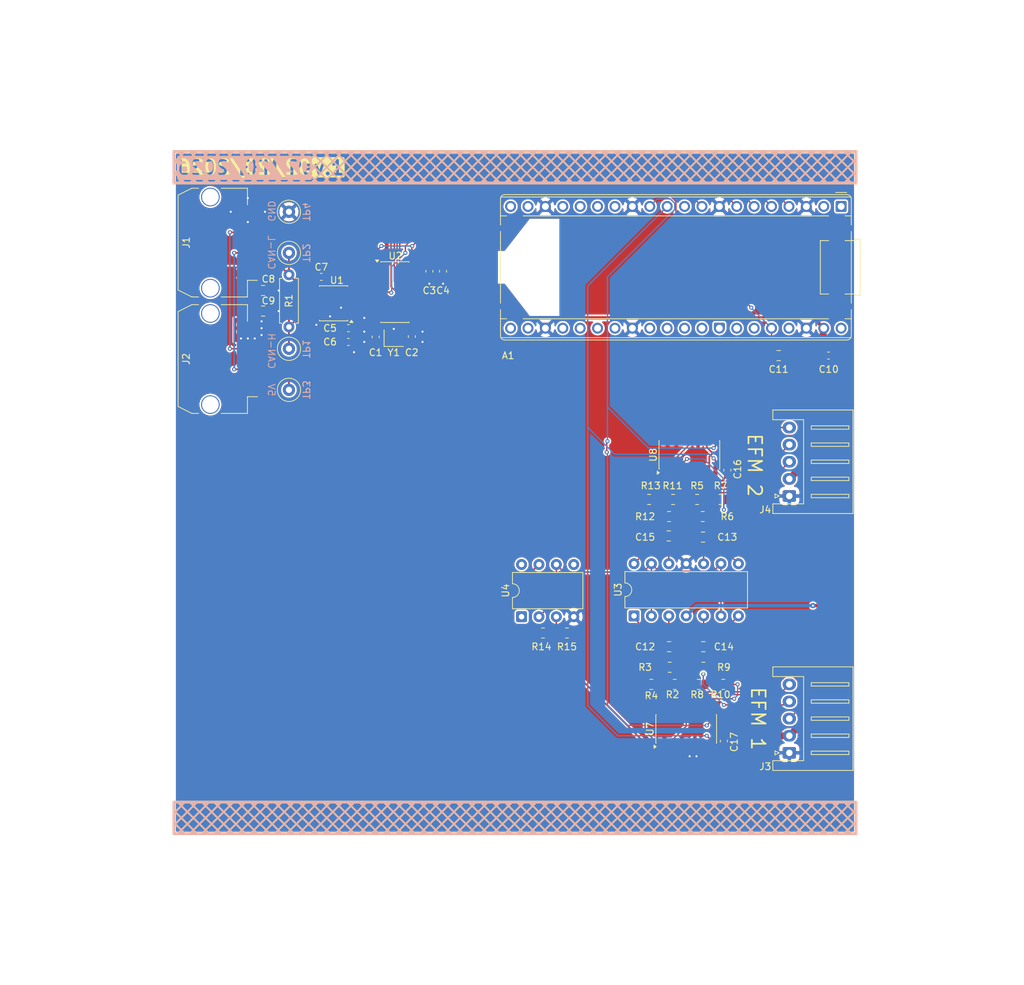
<source format=kicad_pcb>
(kicad_pcb (version 20241229) (generator "pcbnew") (generator_version "9.0")
  (title_block (title "LEOS EFM") (date "2026-02-20") (rev "1") (company "Lightning From The Edge of Space"))
  (layers (0 "F.Cu" signal) (2 "B.Cu" signal) (13 "F.Paste" user) (15 "B.Paste" user) (5 "F.SilkS" user "F.Silkscreen") (7 "B.SilkS" user "B.Silkscreen") (1 "F.Mask" user) (3 "B.Mask" user) (25 "Edge.Cuts" user))
  (net 0 "")
  (net 2 "/CANbus/MOSI")
  (net 4 "/EFM/SDA")
  (net 10 "/CANbus/MISO")
  (net 11 "/EFM/SCL")
  (net 14 "VDD")
  (net 19 "/CANbus/CS")
  (net 23 "/CANbus/SCK")
  (net 28 "/CANbus/INT")
  (net 30 "+5V")
  (net 32 "/CANbus/OSC1")
  (net 33 "/CANbus/OSC2")
  (net 34 "/CANbus/CAN+")
  (net 38 "/CANbus/CAN-")
  (net 39 "Net-(U1-RXD)")
  (net 40 "Net-(U1-TXD)")
  (net 43 "Net-(U3A-+)")
  (net 44 "Net-(C12-Pad2)")
  (net 45 "Net-(C13-Pad2)")
  (net 46 "Net-(U3B-+)")
  (net 47 "Net-(U3C-+)")
  (net 48 "Net-(C14-Pad2)")
  (net 49 "Net-(U3D-+)")
  (net 50 "Net-(C15-Pad2)")
  (net 51 "/EFM/EFM1_PHASE1")
  (net 52 "/EFM/EFM1_IR")
  (net 53 "/EFM/EFM1_PHASE2")
  (net 54 "/EFM/EFM2_PHASE1")
  (net 55 "/EFM/EFM2_IR")
  (net 56 "/EFM/EFM2_PHASE2")
  (net 57 "Net-(U7-CH1+)")
  (net 58 "Net-(U8-CH1+)")
  (net 59 "Net-(U7-CH1-)")
  (net 60 "Net-(U8-CH1-)")
  (net 67 "GND")
  (net 68 "Net-(U4-+)")
  (net 69 "+2.5V")
  (footprint "Module:RaspberryPi_Pico_Common_THT" (layer "F.Cu") (at 197.62 58.22 -90)
    (property "Reference" "A1")
    (property "Value" "RaspberryPi Pico")
  )
  (footprint "Capacitor_SMD:C_0805_2012Metric" (layer "F.Cu") (at 172.45 106.325 180)
    (property "Reference" "C15")
    (property "Value" "220p")
  )
  (footprint "Package_SO:SOIC-14_3.9x8.7mm_P1.27mm" (layer "F.Cu") (at 132.475 70.73)
    (property "Reference" "U2")
    (property "Value" "MCP2518FD")
  )
  (footprint "Resistor_SMD:R_0805_2012Metric" (layer "F.Cu") (at 177.4125 103.5)
    (property "Reference" "R6")
    (property "Value" "20M")
  )
  (footprint "Resistor_SMD:R_0805_2012Metric" (layer "F.Cu") (at 176.5875 101 180)
    (property "Reference" "R5")
    (property "Value" "1k")
  )
  (footprint "Capacitor_SMD:C_0805_2012Metric" (layer "F.Cu") (at 177.45 106.5)
    (property "Reference" "C13")
    (property "Value" "220p")
  )
  (footprint "Capacitor_SMD:C_0805_2012Metric" (layer "F.Cu") (at 177.5 122.5)
    (property "Reference" "C14")
    (property "Value" "220p")
  )
  (footprint "Capacitor_SMD:C_0603_1608Metric" (layer "F.Cu") (at 121.725 68.5)
    (property "Reference" "C7")
    (property "Value" "0.1u")
  )
  (footprint "LEOS:Molex_MicroFit3.0_43650-0410_1x04_Horizontal" (layer "F.Cu") (at 105.88 80.5 90)
    (property "Reference" "J2")
    (property "Value" "MicroFit_1x4")
  )
  (footprint "Package_SO:SOIC-8_3.9x4.9mm_P1.27mm" (layer "F.Cu") (at 123.525 72.365 180)
    (property "Reference" "U1")
    (property "Value" "MCP2562FD")
  )
  (footprint "Capacitor_SMD:C_0603_1608Metric" (layer "F.Cu") (at 129.665494 77.275 -90)
    (property "Reference" "C1")
    (property "Value" "10p")
  )
  (footprint "Resistor_SMD:R_0805_2012Metric" (layer "F.Cu") (at 172.5 103.5 180)
    (property "Reference" "R12")
    (property "Value" "20M")
  )
  (footprint "Resistor_SMD:R_0805_2012Metric" (layer "F.Cu") (at 169.9125 128 180)
    (property "Reference" "R4")
    (property "Value" "1k")
  )
  (footprint "Capacitor_SMD:C_0805_2012Metric" (layer "F.Cu") (at 113.225 70.5)
    (property "Reference" "C8")
    (property "Value" "22u")
  )
  (footprint "Resistor_SMD:R_0805_2012Metric" (layer "F.Cu") (at 173.0875 101 180)
    (property "Reference" "R11")
    (property "Value" "1k")
  )
  (footprint "Package_DIP:DIP-8_W7.62mm" (layer "F.Cu") (at 150.96 118.12 90)
    (property "Reference" "U4")
    (property "Value" "TL071")
  )
  (footprint "Package_DIP:DIP-14_W7.62mm" (layer "F.Cu") (at 167.38 118 90)
    (property "Reference" "U3")
    (property "Value" "TL074")
  )
  (footprint "Capacitor_SMD:C_0603_1608Metric" (layer "F.Cu") (at 125.68 78)
    (property "Reference" "C6")
    (property "Value" "1u")
  )
  (footprint "Capacitor_SMD:C_0603_1608Metric" (layer "F.Cu") (at 139.5 67.68 -90)
    (property "Reference" "C4")
    (property "Value" "1u")
  )
  (footprint "Capacitor_SMD:C_0603_1608Metric" (layer "F.Cu") (at 137.5 67.68 -90)
    (property "Reference" "C3")
    (property "Value" "0.1u")
  )
  (footprint "Resistor_SMD:R_0805_2012Metric" (layer "F.Cu") (at 154.0875 120.5)
    (property "Reference" "R14")
    (property "Value" "10k")
  )
  (footprint "Capacitor_SMD:C_0805_2012Metric" (layer "F.Cu") (at 172.5 122.5 180)
    (property "Reference" "C12")
    (property "Value" "220p")
  )
  (footprint "TestPoint:TestPoint_Loop_D2.60mm_Drill0.9mm_Beaded" (layer "F.Cu") (at 117 79)
    (property "Reference" "TP1")
    (property "Value" "CAN-H Test Point")
  )
  (footprint "TestPoint:TestPoint_Loop_D2.60mm_Drill0.9mm_Beaded" (layer "F.Cu") (at 117 65)
    (property "Reference" "TP2")
    (property "Value" "CAN-L Test Point")
  )
  (footprint "Resistor_SMD:R_0805_2012Metric" (layer "F.Cu") (at 173.325 128)
    (property "Reference" "R2")
    (property "Value" "1k")
  )
  (footprint "Capacitor_SMD:C_0805_2012Metric" (layer "F.Cu") (at 113.225 73.5)
    (property "Reference" "C9")
    (property "Value" "22u")
  )
  (footprint "Resistor_SMD:R_0805_2012Metric" (layer "F.Cu") (at 180 101)
    (property "Reference" "R7")
    (property "Value" "1k")
  )
  (footprint "Crystal:Crystal_SMD_2016-4Pin_2.0x1.6mm" (layer "F.Cu") (at 132.302994 77.45)
    (property "Reference" "Y1")
    (property "Value" "40 MHz")
  )
  (footprint "Capacitor_SMD:C_0603_1608Metric" (layer "F.Cu") (at 134.940494 77.225 90)
    (property "Reference" "C2")
    (property "Value" "10p")
  )
  (footprint "Capacitor_SMD:C_0603_1608Metric" (layer "F.Cu") (at 181 96.725 90)
    (property "Reference" "C16")
    (property "Value" "0.1u")
  )
  (footprint "Resistor_SMD:R_0805_2012Metric" (layer "F.Cu") (at 172.5875 125.5 180)
    (property "Reference" "R3")
    (property "Value" "20M")
  )
  (footprint "Resistor_SMD:R_0805_2012Metric" (layer "F.Cu") (at 180.4125 128)
    (property "Reference" "R10")
    (property "Value" "1k")
  )
  (footprint "Resistor_SMD:R_0805_2012Metric" (layer "F.Cu") (at 157.5875 120.5)
    (property "Reference" "R15")
    (property "Value" "10k")
  )
  (footprint "Resistor_SMD:R_0805_2012Metric" (layer "F.Cu") (at 169.5875 101 180)
    (property "Reference" "R13")
    (property "Value" "1k")
  )
  (footprint "Capacitor_SMD:C_0603_1608Metric" (layer "F.Cu") (at 195.775 80)
    (property "Reference" "C10")
    (property "Value" "0.1u")
  )
  (footprint "Resistor_SMD:R_0805_2012Metric" (layer "F.Cu") (at 177.5 125.5)
    (property "Reference" "R9")
    (property "Value" "20M")
  )
  (footprint "Resistor_THT:R_Axial_DIN0207_L6.3mm_D2.5mm_P7.62mm_Horizontal" (layer "F.Cu") (at 117 68.19 -90)
    (property "Reference" "R1")
    (property "Value" "120")
  )
  (footprint "Capacitor_SMD:C_0603_1608Metric" (layer "F.Cu") (at 180.5 136.275 90)
    (property "Reference" "C17")
    (property "Value" "0.1u")
  )
  (footprint "LEOS:Molex_MicroFit3.0_43650-0410_1x04_Horizontal" (layer "F.Cu") (at 105.88 63.5 90)
    (property "Reference" "J1")
    (property "Value" "MicroFit_1x4")
  )
  (footprint "Capacitor_SMD:C_0805_2012Metric" (layer "F.Cu") (at 188.5 80)
    (property "Reference" "C11")
    (property "Value" "10u")
  )
  (footprint "Package_SO:SOIC-14_3.9x8.7mm_P1.27mm" (layer "F.Cu") (at 175.46 94.5 90)
    (property "Reference" "U8")
    (property "Value" "MCP3428 - EFM2")
  )
  (footprint "Connector_JST:JST_XH_S5B-XH-A_1x05_P2.50mm_Horizontal" (layer "F.Cu") (at 190.055 100.5 90)
    (property "Reference" "J4")
    (property "Value" "EFM 2")
  )
  (footprint "Resistor_SMD:R_0805_2012Metric" (layer "F.Cu") (at 176.825 128)
    (property "Reference" "R8")
    (property "Value" "1k")
  )
  (footprint "TestPoint:TestPoint_Loop_D2.60mm_Drill0.9mm_Beaded" (layer "F.Cu") (at 117 85)
    (property "Reference" "TP3")
    (property "Value" "5V Test Point")
  )
  (footprint "Package_SO:SOIC-14_3.9x8.7mm_P1.27mm" (layer "F.Cu") (at 175 134.5 90)
    (property "Reference" "U7")
    (property "Value" "MCP3428 - EFM1")
  )
  (footprint "TestPoint:TestPoint_Loop_D2.60mm_Drill0.9mm_Beaded" (layer "F.Cu") (at 117 59)
    (property "Reference" "TP4")
    (property "Value" "GND Test Point")
  )
  (footprint "Connector_JST:JST_XH_S5B-XH-A_1x05_P2.50mm_Horizontal" (layer "F.Cu") (at 190.055 138 90)
    (property "Reference" "J3")
    (property "Value" "EFM 1")
  )
  (footprint "Capacitor_SMD:C_0603_1608Metric" (layer "F.Cu") (at 125.68 76)
    (property "Reference" "C5")
    (property "Value" "0.1u")
  )
  (gr_rect (start 100 50) (end 200 150) (stroke (width 0.00001)) (fill no) (layer "Edge.Cuts"))
  (gr_text "LEOS EFM Rev.1" (at 100.4 52.6 0) (layer "F.SilkS" knockout) (effects (font (size 2 2) (thickness 0.4) (bold yes)) (justify left)))
  (gr_text "EFM 1" (at 185.5 133 270) (layer "F.SilkS") (effects (font (size 2 2) (thickness 0.25))))
  (gr_text "EFM 2" (at 185 96 270) (layer "F.SilkS") (effects (font (size 2 2) (thickness 0.25))))
  (gr_text "CAN-H" (at 113.85875 82 -90) (layer "B.SilkS") (effects (font (size 1 1) (thickness 0.125)) (justify left bottom mirror)))
  (gr_text "02/20/2026" (at 120.5 52.5 0) (layer "B.SilkS" knockout) (effects (font (size 2 2) (thickness 0.4) (bold yes)) (justify left mirror)))
  (gr_text "5V" (at 113.85875 86 -90) (layer "B.SilkS") (effects (font (size 1 1) (thickness 0.125)) (justify left bottom mirror)))
  (gr_text "CAN-L" (at 113.85875 67.5 -90) (layer "B.SilkS") (effects (font (size 1 1) (thickness 0.125)) (justify left bottom mirror)))
  (gr_text "GND" (at 113.85875 60.5 -90) (layer "B.SilkS") (effects (font (size 1 1) (thickness 0.125)) (justify left bottom mirror)))
  (segment (start 143.0671 52.5) (end 181.74 52.5) (width 0.2) (layer "F.Cu") (net 2))
  (segment (start 133.975001 70.73) (end 132.381 69.135999) (width 0.2) (layer "F.Cu") (net 2))
  (segment (start 181.74 52.5) (end 187.46 58.22) (width 0.2) (layer "F.Cu") (net 2))
  (segment (start 132.381 69.135999) (end 132.381 63.1861) (width 0.2) (layer "F.Cu") (net 2))
  (segment (start 132.381 63.1861) (end 143.0671 52.5) (width 0.2) (layer "F.Cu") (net 2))
  (segment (start 134.95 70.73) (end 133.975001 70.73) (width 0.2) (layer "F.Cu") (net 2))
  (segment (start 179.27 95.27) (end 179 95) (width 0.2) (layer "F.Cu") (net 4))
  (segment (start 179.27 96.975) (end 179.27 95.27) (width 0.2) (layer "F.Cu") (net 4))
  (segment (start 178.81 136.31) (end 178 135.5) (width 0.2) (layer "F.Cu") (net 4))
  (via (at 178 135.5) (size 0.6) (drill 0.3) (layers "F.Cu" "B.Cu") (net 4))
  (via (at 179 95) (size 0.6) (drill 0.3) (layers "F.Cu" "B.Cu") (net 4))
  (segment (start 160.621 69.819) (end 172.22 58.22) (width 0.2) (layer "B.Cu") (net 4))
  (segment (start 160.621 131.121) (end 160.621 90.471943) (width 0.2) (layer "B.Cu") (net 4))
  (segment (start 178 135.5) (end 165 135.5) (width 0.2) (layer "B.Cu") (net 4))
  (segment (start 164.548057 94.399) (end 178.399 94.399) (width 0.2) (layer "B.Cu") (net 4))
  (segment (start 165 135.5) (end 160.621 131.121) (width 0.2) (layer "B.Cu") (net 4))
  (segment (start 164.548057 94.399) (end 160.621 90.471943) (width 0.2) (layer "B.Cu") (net 4))
  (segment (start 160.621 90.471943) (end 160.621 69.819) (width 0.2) (layer "B.Cu") (net 4))
  (segment (start 179 95) (end 178.399 94.399) (width 0.2) (layer "B.Cu") (net 4))
  (segment (start 134.242 69.46) (end 132.782 68) (width 0.2) (layer "F.Cu") (net 10))
  (segment (start 132.782 68) (end 132.782 63.3522) (width 0.2) (layer "F.Cu") (net 10))
  (segment (start 179.7 53) (end 184.92 58.22) (width 0.2) (layer "F.Cu") (net 10))
  (segment (start 143.1342 53) (end 179.7 53) (width 0.2) (layer "F.Cu") (net 10))
  (segment (start 132.782 63.3522) (end 143.1342 53) (width 0.2) (layer "F.Cu") (net 10))
  (segment (start 179.27 93.23) (end 179 93.5) (width 0.2) (layer "F.Cu") (net 11))
  (segment (start 163.400264 92.599736) (end 163.5 92.5) (width 0.2) (layer "F.Cu") (net 11))
  (segment (start 179.27 92.025) (end 179.27 93.23) (width 0.2) (layer "F.Cu") (net 11))
  (segment (start 178.81 133.19) (end 178 134) (width 0.2) (layer "F.Cu") (net 11))
  (segment (start 178.81 132.025) (end 178.81 133.19) (width 0.2) (layer "F.Cu") (net 11))
  (segment (start 163.400264 94.099736) (end 163.400264 92.599736) (width 0.2) (layer "F.Cu") (net 11))
  (via (at 163.5 92.5) (size 0.6) (drill 0.3) (layers "F.Cu" "B.Cu") (net 11))
  (via (at 163.400264 94.099736) (size 0.6) (drill 0.3) (layers "F.Cu" "B.Cu") (net 11))
  (via (at 178 134) (size 0.6) (drill 0.3) (layers "F.Cu" "B.Cu") (net 11))
  (via (at 179 93.5) (size 0.6) (drill 0.3) (layers "F.Cu" "B.Cu") (net 11))
  (segment (start 169.499 93.5) (end 163.499 87.5) (width 0.2) (layer "B.Cu") (net 11))
  (segment (start 163.499 87.5) (end 163.499 68.49805) (width 0.2) (layer "B.Cu") (net 11))
  (segment (start 163.400264 94.099736) (end 163.499 94.198472) (width 0.2) (layer "B.Cu") (net 11))
  (segment (start 163.5 92.5) (end 163.5 90.5) (width 0.2) (layer "B.Cu") (net 11))
  (segment (start 173.321 58.67605) (end 173.321 57.76395) (width 0.2) (layer "B.Cu") (net 11))
  (segment (start 163.499 94.198472) (end 163.499 130.999) (width 0.2) (layer "B.Cu") (net 11))
  (segment (start 163.499 90.499) (end 163.499 87.5) (width 0.2) (layer "B.Cu") (net 11))
  (segment (start 163.499 68.49805) (end 173.321 58.67605) (width 0.2) (layer "B.Cu") (net 11))
  (segment (start 163.499 130.999) (end 166.5 134) (width 0.2) (layer "B.Cu") (net 11))
  (segment (start 166.5 134) (end 178 134) (width 0.2) (layer "B.Cu") (net 11))
  (segment (start 170.781 57.119) (end 169.68 58.22) (width 0.2) (layer "B.Cu") (net 11))
  (segment (start 172.67605 57.119) (end 170.781 57.119) (width 0.2) (layer "B.Cu") (net 11))
  (segment (start 163.5 90.5) (end 163.499 90.499) (width 0.2) (layer "B.Cu") (net 11))
  (segment (start 173.321 57.76395) (end 172.67605 57.119) (width 0.2) (layer "B.Cu") (net 11))
  (segment (start 169.499 93.5) (end 179 93.5) (width 0.2) (layer "B.Cu") (net 11))
  (segment (start 134.95 64.05) (end 134.95 66.92) (width 0.2) (layer "F.Cu") (net 14))
  (segment (start 135 64) (end 144.5 54.5) (width 0.2) (layer "F.Cu") (net 14))
  (segment (start 170.5 54.5) (end 173.5 57.5) (width 0.2) (layer "F.Cu") (net 14))
  (segment (start 124.04 70.46) (end 121.05 70.46) (width 0.2) (layer "F.Cu") (net 14))
  (segment (start 173.5 57.5) (end 173.5 62) (width 0.2) (layer "F.Cu") (net 14))
  (segment (start 134.95 66.92) (end 139.485 66.92) (width 0.2) (layer "F.Cu") (net 14))
  (segment (start 135 64) (end 134.95 64.05) (width 0.2) (layer "F.Cu") (net 14))
  (segment (start 144.5 54.5) (end 170.5 54.5) (width 0.2) (layer "F.Cu") (net 14))
  (segment (start 130.5 64) (end 124.04 70.46) (width 0.2) (layer "F.Cu") (net 14))
  (segment (start 121.05 70.46) (end 121.05 68.6) (width 0.2) (layer "F.Cu") (net 14))
  (segment (start 187.46 76) (end 187.46 79.91) (width 0.2) (layer "F.Cu") (net 14))
  (segment (start 173.5 62) (end 184.5 73) (width 0.2) (layer "F.Cu") (net 14))
  (via (at 130.5 64) (size 0.6) (drill 0.3) (layers "F.Cu" "B.Cu") (net 14))
  (via (at 184.5 73) (size 0.6) (drill 0.3) (layers "F.Cu" "B.Cu") (net 14))
  (via (at 135 64) (size 0.6) (drill 0.3) (layers "F.Cu" "B.Cu") (net 14))
  (segment (start 187.46 76) (end 184.5 73.04) (width 0.2) (layer "B.Cu") (net 14))
  (segment (start 135 64) (end 130.5 64) (width 0.2) (layer "B.Cu") (net 14))
  (segment (start 184.5 73.04) (end 184.5 73) (width 0.2) (layer "B.Cu") (net 14))
  (segment (start 133.975001 68.19) (end 133.183 67.397999) (width 0.2) (layer "F.Cu") (net 19))
  (segment (start 177.66 53.5) (end 182.38 58.22) (width 0.2) (layer "F.Cu") (net 19))
  (segment (start 143.35065 53.5) (end 177.66 53.5) (width 0.2) (layer "F.Cu") (net 19))
  (segment (start 133.183 63.66765) (end 143.35065 53.5) (width 0.2) (layer "F.Cu") (net 19))
  (segment (start 133.183 67.397999) (end 133.183 63.66765) (width 0.2) (layer "F.Cu") (net 19))
  (segment (start 134.95 68.19) (end 133.975001 68.19) (width 0.2) (layer "F.Cu") (net 19))
  (segment (start 134.95 72) (end 133.975001 72) (width 0.2) (layer "F.Cu") (net 23))
  (segment (start 131.901 69.925999) (end 131.901 63.099) (width 0.2) (layer "F.Cu") (net 23))
  (segment (start 131.901 63.099) (end 143 52) (width 0.2) (layer "F.Cu") (net 23))
  (segment (start 133.975001 72) (end 131.901 69.925999) (width 0.2) (layer "F.Cu") (net 23))
  (segment (start 183.78 52) (end 190 58.22) (width 0.2) (layer "F.Cu") (net 23))
  (segment (start 143 52) (end 183.78 52) (width 0.2) (layer "F.Cu") (net 23))
  (segment (start 131.811764 70.811764) (end 131.73 70.73) (width 0.2) (layer "F.Cu") (net 28))
  (segment (start 173.08 54) (end 177.3 58.22) (width 0.2) (layer "F.Cu") (net 28))
  (segment (start 134 64) (end 144 54) (width 0.2) (layer "F.Cu") (net 28))
  (segment (start 131.73 70.73) (end 130 70.73) (width 0.2) (layer "F.Cu") (net 28))
  (segment (start 131.938236 70.811764) (end 131.811764 70.811764) (width 0.2) (layer "F.Cu") (net 28))
  (segment (start 144 54) (end 173.08 54) (width 0.2) (layer "F.Cu") (net 28))
  (segment (start 134 65) (end 134 64) (width 0.2) (layer "F.Cu") (net 28))
  (via (at 131.938236 70.811764) (size 0.6) (drill 0.3) (layers "F.Cu" "B.Cu") (net 28))
  (via (at 134 65) (size 0.6) (drill 0.3) (layers "F.Cu" "B.Cu") (net 28))
  (segment (start 131.938236 70.811764) (end 132 70.75) (width 0.2) (layer "B.Cu") (net 28))
  (segment (start 132 67) (end 134 65) (width 0.2) (layer "B.Cu") (net 28))
  (segment (start 132 70.75) (end 132 67) (width 0.2) (layer "B.Cu") (net 28))
  (segment (start 195 80) (end 195 89.5) (width 1) (layer "F.Cu") (net 30))
  (segment (start 153.175 120.5) (end 152.374 119.699) (width 0.25) (layer "F.Cu") (net 30))
  (segment (start 117 85) (end 117 80.5) (width 0.25) (layer "F.Cu") (net 30))
  (segment (start 178.241001 138.651) (end 177.54 137.949999) (width 1) (layer "F.Cu") (net 30))
  (segment (start 188.08 135.5) (end 184.929 138.651) (width 1) (layer "F.Cu") (net 30))
  (segment (start 178.374 94.740702) (end 178.374 96.601) (width 0.25) (layer "F.Cu") (net 30))
  (segment (start 153.175 120.5) (end 153.175 120.777454) (width 0.25) (layer "F.Cu") (net 30))
  (segment (start 178.326001 98.276) (end 178 97.949999) (width 0.25) (layer "F.Cu") (net 30))
  (segment (start 141.5 80.5) (end 147.5 74.5) (width 0.5) (layer "F.Cu") (net 30))
  (segment (start 190.055 135.5) (end 188.08 135.5) (width 1) (layer "F.Cu") (net 30))
  (segment (start 178.740702 94.126) (end 178 93.385298) (width 0.25) (layer "F.Cu") (net 30))
  (segment (start 179 94.126) (end 178.988702 94.126) (width 0.25) (layer "F.Cu") (net 30))
  (segment (start 195 91.5) (end 194.824 91.676) (width 0.25) (layer "F.Cu") (net 30))
  (segment (start 117 80.5) (end 123.5 80.5) (width 0.5) (layer "F.Cu") (net 30))
  (segment (start 152.374 111.626) (end 153.5 110.5) (width 0.25) (layer "F.Cu") (net 30))
  (segment (start 124.995304 71.73) (end 126 71.73) (width 0.25) (layer "F.Cu") (net 30))
  (segment (start 178.5 138.651) (end 178.241001 138.651) (width 1) (layer "F.Cu") (net 30))
  (segment (start 123.5 80.5) (end 141.5 80.5) (width 0.5) (layer "F.Cu") (net 30))
  (segment (start 181 97.5) (end 180.224 98.276) (width 0.25) (layer "F.Cu") (net 30))
  (segment (start 195 93.055) (end 190.055 98) (width 1) (layer "F.Cu") (net 30))
  (segment (start 181.709298 91.676) (end 179.259298 94.126) (width 0.25) (layer "F.Cu") (net 30))
  (segment (start 195 117) (end 194.5 116.5) (width 0.5) (layer "F.Cu") (net 30))
  (segment (start 179 94.126) (end 178.740702 94.126) (width 0.25) (layer "F.Cu") (net 30))
  (segment (start 178 93.385298) (end 178 92.025) (width 0.25) (layer "F.Cu") (net 30))
  (segment (start 195 117) (end 195 130.555) (width 1) (layer "F.Cu") (net 30))
  (segment (start 124.905 76) (end 123.981801 75.076801) (width 0.25) (layer "F.Cu") (net 30))
  (segment (start 124.905 78) (end 124.905 79.095) (width 0.5) (layer "F.Cu") (net 30))
  (segment (start 178 97.949999) (end 178 96.975) (width 0.25) (layer "F.Cu") (net 30))
  (segment (start 147.5 74.5) (end 193.58 74.5) (width 0.5) (layer "F.Cu") (net 30))
  (segment (start 172.397546 140) (end 177.151 140) (width 0.25) (layer "F.Cu") (net 30))
  (segment (start 180.5 137.05) (end 180.5 138.651) (width 0.25) (layer "F.Cu") (net 30))
  (segment (start 178.374 96.601) (end 178 96.975) (width 0.25) (layer "F.Cu") (net 30))
  (segment (start 194.5 116.5) (end 193.5 116.5) (width 0.5) (layer "F.Cu") (net 30))
  (segment (start 193.58 74.5) (end 195.08 76) (width 0.5) (layer "F.Cu") (net 30))
  (segment (start 152.374 119.699) (end 152.374 111.626) (width 0.25) (layer "F.Cu") (net 30))
  (segment (start 180.224 98.276) (end 178.326001 98.276) (width 0.25) (layer "F.Cu") (net 30))
  (segment (start 124.905 79.095) (end 123.5 80.5) (width 0.5) (layer "F.Cu") (net 30))
  (segment (start 123.981801 75.076801) (end 123.981801 72.743503) (width 0.25) (layer "F.Cu") (net 30))
  (segment (start 179.259298 94.126) (end 179 94.126) (width 0.25) (layer "F.Cu") (net 30))
  (segment (start 177.54 137.949999) (end 177.54 136.975) (width 1) (layer "F.Cu") (net 30))
  (segment (start 194.824 91.676) (end 181.709298 91.676) (width 0.25) (layer "F.Cu") (net 30))
  (segment (start 153.175 120.777454) (end 172.397546 140) (width 0.25) (layer "F.Cu") (net 30))
  (segment (start 123.981801 72.743503) (end 124.995304 71.73) (width 0.25) (layer "F.Cu") (net 30))
  (segment (start 195 89.5) (end 195 91.5) (width 1) (layer "F.Cu") (net 30))
  (segment (start 178.988702 94.126) (end 178.374 94.740702) (width 0.25) (layer "F.Cu") (net 30))
  (segment (start 124.905 78) (end 124.905 76) (width 0.5) (layer "F.Cu") (net 30))
  (segment (start 195 89.5) (end 195 117) (width 1) (layer "F.Cu") (net 30))
  (segment (start 184.929 138.651) (end 180.5 138.651) (width 1) (layer "F.Cu") (net 30))
  (segment (start 195 80) (end 195 76.08) (width 1) (layer "F.Cu") (net 30))
  (segment (start 180.5 138.651) (end 178.5 138.651) (width 1) (layer "F.Cu") (net 30))
  (segment (start 195 91.5) (end 195 93.055) (width 1) (layer "F.Cu") (net 30))
  (segment (start 177.151 140) (end 178.5 138.651) (width 0.25) (layer "F.Cu") (net 30))
  (segment (start 110 80.5) (end 117 80.5) (width 0.5) (layer "F.Cu") (net 30))
  (segment (start 195 130.555) (end 190.055 135.5) (width 1) (layer "F.Cu") (net 30))
  (segment (start 195.08 76) (end 195.08 79.92) (width 0.5) (layer "F.Cu") (net 30))
  (via (at 193.5 116.5) (size 0.75) (drill 0.3) (layers "F.Cu" "B.Cu") (net 30))
  (segment (start 193.5 116.5) (end 176.5 116.5) (width 0.5) (layer "B.Cu") (net 30))
  (segment (start 176.5 116.5) (end 175 118) (width 0.5) (layer "B.Cu") (net 30))
  (segment (start 131.152994 78) (end 131.602994 78) (width 0.2) (layer "F.Cu") (net 32))
  (segment (start 131.5 73.795001) (end 131.5 75.5) (width 0.2) (layer "F.Cu") (net 32))
  (segment (start 130.974999 73.27) (end 131.5 73.795001) (width 0.2) (layer "F.Cu") (net 32))
  (segment (start 130.75 76.25) (end 130.75 77.597006) (width 0.2) (layer "F.Cu") (net 32))
  (segment (start 131.602994 78) (end 129.715494 78) (width 0.2) (layer "F.Cu") (net 32))
  (segment (start 131.5 75.5) (end 130.75 76.25) (width 0.2) (layer "F.Cu") (net 32))
  (segment (start 130.75 77.597006) (end 131.152994 78) (width 0.2) (layer "F.Cu") (net 32))
  (segment (start 130 73.27) (end 130.974999 73.27) (width 0.2) (layer "F.Cu") (net 32))
  (segment (start 130.974999 72) (end 133.002994 74.027995) (width 0.2) (layer "F.Cu") (net 33))
  (segment (start 133.002994 74.027995) (end 133.002994 76.9) (width 0.2) (layer "F.Cu") (net 33))
  (segment (start 134.940494 76.45) (end 133.452994 76.45) (width 0.2) (layer "F.Cu") (net 33))
  (segment (start 133.452994 76.45) (end 133.002994 76.9) (width 0.2) (layer "F.Cu") (net 33))
  (segment (start 130 72) (end 130.974999 72) (width 0.2) (layer "F.Cu") (net 33))
  (segment (start 112 65) (end 117 70) (width 0.25) (layer "F.Cu") (net 34))
  (segment (start 109 65) (end 111 65) (width 0.25) (layer "F.Cu") (net 34))
  (segment (start 117 70) (end 117 75.81) (width 0.25) (layer "F.Cu") (net 34))
  (segment (start 117 75.81) (end 117 79) (width 0.25) (layer "F.Cu") (net 34))
  (segment (start 121.05 73) (end 119.81 73) (width 0.25) (layer "F.Cu") (net 34))
  (segment (start 109 82) (end 111 82) (width 0.25) (layer "F.Cu") (net 34))
  (segment (start 119.81 73) (end 117 75.81) (width 0.25) (layer "F.Cu") (net 34))
  (via (at 109 65) (size 0.6) (drill 0.3) (layers "F.Cu" "B.Cu") (net 34))
  (via (at 109 82) (size 0.6) (drill 0.3) (layers "F.Cu" "B.Cu") (net 34))
  (segment (start 109 65) (end 109 82) (width 0.25) (layer "B.Cu") (net 34))
  (segment (start 119.905 71.095) (end 117 68.19) (width 0.25) (layer "F.Cu") (net 38))
  (segment (start 111.13435 62.324351) (end 119.905 71.095) (width 0.25) (layer "F.Cu") (net 38))
  (segment (start 120.54 71.73) (end 119.905 71.095) (width 0.25) (layer "F.Cu") (net 38))
  (segment (start 117 68.19) (end 111 62.19) (width 0.25) (layer "F.Cu") (net 38))
  (segment (start 108.375 62) (end 111 62) (width 0.25) (layer "F.Cu") (net 38))
  (segment (start 117 68.19) (end 117 65) (width 0.25) (layer "F.Cu") (net 38))
  (segment (start 111 79) (end 108.375 79) (width 0.2) (layer "F.Cu") (net 38))
  (via (at 108.375 79) (size 0.6) (drill 0.3) (layers "F.Cu" "B.Cu") (net 38))
  (via (at 108.375 62) (size 0.6) (drill 0.3) (layers "F.Cu" "B.Cu") (net 38))
  (segment (start 108.375 62) (end 108.375 79) (width 0.25) (layer "B.Cu") (net 38))
  (segment (start 130 68.19) (end 128.27 68.19) (width 0.2) (layer "F.Cu") (net 39))
  (segment (start 128.27 68.19) (end 126 70.46) (width 0.2) (layer "F.Cu") (net 39))
  (segment (start 131.141 68.859) (end 128.641 68.859) (width 0.2) (layer "F.Cu") (net 40))
  (segment (start 127.5 73.744999) (end 127.5 70) (width 0.2) (layer "F.Cu") (net 40))
  (segment (start 131.5 68.5) (end 131.141 68.859) (width 0.2) (layer "F.Cu") (net 40))
  (segment (start 130.975 66.92) (end 131.5 67.445001) (width 0.2) (layer "F.Cu") (net 40))
  (segment (start 126.974999 74.27) (end 127.5 73.744999) (width 0.2) (layer "F.Cu") (net 40))
  (segment (start 126 74.27) (end 126.974999 74.27) (width 0.2) (layer "F.Cu") (net 40))
  (segment (start 128.641 68.859) (end 127.5 70) (width 0.2) (layer "F.Cu") (net 40))
  (segment (start 130 66.92) (end 130.975 66.92) (width 0.2) (layer "F.Cu") (net 40))
  (segment (start 131.5 67.445001) (end 131.5 68.5) (width 0.2) (layer "F.Cu") (net 40))
  (segment (start 172.46 121.51) (end 173.45 122.5) (width 0.2) (layer "F.Cu") (net 43))
  (segment (start 172.46 118) (end 172.46 121.51) (width 0.2) (layer "F.Cu") (net 43))
  (segment (start 173.5 125.5) (end 173.5 126.9125) (width 0.2) (layer "F.Cu") (net 43))
  (segment (start 173.5 126.9125) (end 172.4125 128) (width 0.2) (layer "F.Cu") (net 43))
  (segment (start 173.45 122.5) (end 173.45 125.45) (width 0.2) (layer "F.Cu") (net 43))
  (segment (start 167.38 118.33) (end 171.55 122.5) (width 0.2) (layer "F.Cu") (net 44))
  (segment (start 171.55 127.275) (end 170.825 128) (width 0.2) (layer "F.Cu") (net 44))
  (segment (start 171.55 122.5) (end 171.55 127.275) (width 0.2) (layer "F.Cu") (net 44))
  (segment (start 182.62 110.38) (end 178.74 106.5) (width 0.2) (layer "F.Cu") (net 45))
  (segment (start 178.325 103.175) (end 179.0875 102.4125) (width 0.2) (layer "F.Cu") (net 45))
  (segment (start 179.0875 102.4125) (end 179.0875 101) (width 0.2) (layer "F.Cu") (net 45))
  (segment (start 178.4 106.5) (end 178.4 103.575) (width 0.2) (layer "F.Cu") (net 45))
  (segment (start 177.54 121.51) (end 176.55 122.5) (width 0.2) (layer "F.Cu") (net 46))
  (segment (start 177.54 118) (end 177.54 121.51) (width 0.2) (layer "F.Cu") (net 46))
  (segment (start 176.5875 127.325) (end 175.9125 128) (width 0.2) (layer "F.Cu") (net 46))
  (segment (start 176.5875 122.9875) (end 176.5875 125.5) (width 0.2) (layer "F.Cu") (net 46))
  (segment (start 176.5875 125.5) (end 176.5875 127.325) (width 0.2) (layer "F.Cu") (net 46))
  (segment (start 176.5 103.5) (end 176.5 102) (width 0.2) (layer "F.Cu") (net 47))
  (segment (start 176.5 106.5) (end 176.5 103.5) (width 0.2) (layer "F.Cu") (net 47))
  (segment (start 177.54 107.54) (end 176.5 106.5) (width 0.2) (layer "F.Cu") (net 47))
  (segment (start 176.5 102) (end 177.5 101) (width 0.2) (layer "F.Cu") (net 47))
  (segment (start 177.54 110.38) (end 177.54 107.54) (width 0.2) (layer "F.Cu") (net 47))
  (segment (start 178.4125 125.9125) (end 179.5 127) (width 0.2) (layer "F.Cu") (net 48))
  (segment (start 182.62 118) (end 178.45 122.17) (width 0.2) (layer "F.Cu") (net 48))
  (segment (start 178.45 122.5) (end 178.45 125.4625) (width 0.2) (layer "F.Cu") (net 48))
  (segment (start 179.5 127) (end 179.5 128) (width 0.2) (layer "F.Cu") (net 48))
  (segment (start 172.46 110.38) (end 172.46 107.265) (width 0.2) (layer "F.Cu") (net 49))
  (segment (start 173.4125 103.5) (end 173.4125 101.5875) (width 0.2) (layer "F.Cu") (net 49))
  (segment (start 172.46 107.265) (end 173.4 106.325) (width 0.2) (layer "F.Cu") (net 49))
  (segment (start 173.4125 101.5875) (end 174 101) (width 0.2) (layer "F.Cu") (net 49))
  (segment (start 173.4125 106.0875) (end 173.4125 103.5) (width 0.2) (layer "F.Cu") (net 49))
  (segment (start 171.5875 103.0875) (end 170.5 102) (width 0.2) (layer "F.Cu") (net 50))
  (segment (start 170.5 102) (end 170.5 101) (width 0.2) (layer "F.Cu") (net 50))
  (segment (start 171.5875 105.9125) (end 171.5875 103.5) (width 0.2) (layer "F.Cu") (net 50))
  (segment (start 167.38 110.38) (end 171.435 106.325) (width 0.2) (layer "F.Cu") (net 50))
  (segment (start 174.2375 128) (end 175.3365 129.099) (width 0.2) (layer "F.Cu") (net 51))
  (segment (start 191.331 131.724) (end 190.055 133) (width 0.2) (layer "F.Cu") (net 51))
  (segment (start 190.65676 126.849) (end 191.331 127.52324) (width 0.2) (layer "F.Cu") (net 51))
  (segment (start 187.20324 129.099) (end 189.45324 126.849) (width 0.2) (layer "F.Cu") (net 51))
  (segment (start 189.45324 126.849) (end 190.65676 126.849) (width 0.2) (layer "F.Cu") (net 51))
  (segment (start 175.3365 129.099) (end 187.20324 129.099) (width 0.2) (layer "F.Cu") (net 51))
  (segment (start 191.331 127.52324) (end 191.331 131.724) (width 0.2) (layer "F.Cu") (net 51))
  (segment (start 172.46 132.025) (end 172.46 131.050001) (width 0.2) (layer "F.Cu") (net 52))
  (segment (start 188.555 129.5) (end 190.055 128) (width 0.2) (layer "F.Cu") (net 52))
  (segment (start 172.46 131.050001) (end 174.010001 129.5) (width 0.2) (layer "F.Cu") (net 52))
  (segment (start 174.010001 129.5) (end 188.555 129.5) (width 0.2) (layer "F.Cu") (net 52))
  (segment (start 177.5 126.5) (end 177.5 127.7625) (width 0.2) (layer "F.Cu") (net 53))
  (segment (start 189.555 131) (end 180.5 131) (width 0.2) (layer "F.Cu") (net 53))
  (via (at 177.5 126.5) (size 0.6) (drill 0.3) (layers "F.Cu" "B.Cu") (net 53))
  (via (at 180.5 131) (size 0.6) (drill 0.3) (layers "F.Cu" "B.Cu") (net 53))
  (segment (start 180.5 131) (end 177.5 128) (width 0.2) (layer "B.Cu") (net 53))
  (segment (start 177.5 128) (end 177.5 126.5) (width 0.2) (layer "B.Cu") (net 53))
  (segment (start 175.675 101) (end 176.675 100) (width 0.2) (layer "F.Cu") (net 54))
  (segment (start 185.555 100) (end 190.055 95.5) (width 0.2) (layer "F.Cu") (net 54))
  (segment (start 176.675 100) (end 185.555 100) (width 0.2) (layer "F.Cu") (net 54))
  (segment (start 172.92 91.050001) (end 172.92 92.025) (width 0.2) (layer "F.Cu") (net 55))
  (segment (start 190.055 90.5) (end 173.470001 90.5) (width 0.2) (layer "F.Cu") (net 55))
  (segment (start 173.470001 90.5) (end 172.92 91.050001) (width 0.2) (layer "F.Cu") (net 55))
  (segment (start 183.555 99.5) (end 190.055 93) (width 0.2) (layer "F.Cu") (net 56))
  (segment (start 172.175 101) (end 173.675 99.5) (width 0.2) (layer "F.Cu") (net 56))
  (segment (start 173.675 99.5) (end 183.555 99.5) (width 0.2) (layer "F.Cu") (net 56))
  (segment (start 171.19 138.19) (end 171.19 136.975) (width 0.2) (layer "F.Cu") (net 57))
  (segment (start 171.19 136.975) (end 169 134.785) (width 0.2) (layer "F.Cu") (net 57))
  (segment (start 173.73 136.975) (end 173.73 137.949999) (width 0.2) (layer "F.Cu") (net 57))
  (segment (start 169 134.785) (end 169 128) (width 0.2) (layer "F.Cu") (net 57))
  (segment (start 171.5 138.5) (end 171.19 138.19) (width 0.2) (layer "F.Cu") (net 57))
  (segment (start 173.179999 138.5) (end 171.5 138.5) (width 0.2) (layer "F.Cu") (net 57))
  (segment (start 173.73 137.949999) (end 173.179999 138.5) (width 0.2) (layer "F.Cu") (net 57))
  (segment (start 174.19 98.31) (end 174.19 96.975) (width 0.2) (layer "F.Cu") (net 58))
  (segment (start 171.65 97.949999) (end 172.200001 98.5) (width 0.2) (layer "F.Cu") (net 58))
  (segment (start 171.65 96.975) (end 171.65 97.949999) (width 0.2) (layer "F.Cu") (net 58))
  (segment (start 172.200001 98.5) (end 174 98.5) (width 0.2) (layer "F.Cu") (net 58))
  (segment (start 180.5 102.5) (end 180.5 101.4125) (width 0.2) (layer "F.Cu") (net 58))
  (segment (start 175.095001 95.095001) (end 174.19 96.000001) (width 0.2) (layer "F.Cu") (net 58))
  (segment (start 174 98.5) (end 174.19 98.31) (width 0.2) (layer "F.Cu") (net 58))
  (segment (start 174.19 96.000001) (end 174.19 96.975) (width 0.2) (layer "F.Cu") (net 58))
  (via (at 175.095001 95.095001) (size 0.6) (drill 0.3) (layers "F.Cu" "B.Cu") (net 58))
  (via (at 180.5 102.5) (size 0.6) (drill 0.3) (layers "F.Cu" "B.Cu") (net 58))
  (segment (start 177.595001 95.095001) (end 180.5 98) (width 0.2) (layer "B.Cu") (net 58))
  (segment (start 175.095001 95.095001) (end 177.595001 95.095001) (width 0.2) (layer "B.Cu") (net 58))
  (segment (start 180.5 98) (end 180.5 102.5) (width 0.2) (layer "B.Cu") (net 58))
  (segment (start 175 132.025) (end 175 134.088032) (width 0.2) (layer "F.Cu") (net 59))
  (segment (start 175.950001 130.1) (end 182 130.1) (width 0.2) (layer "F.Cu") (net 59))
  (segment (start 182.5 128) (end 181.325 128) (width 0.2) (layer "F.Cu") (net 59))
  (segment (start 175 134.088032) (end 172.46 136.628032) (width 0.2) (layer "F.Cu") (net 59))
  (segment (start 175 132.025) (end 175 131.050001) (width 0.2) (layer "F.Cu") (net 59))
  (segment (start 175 131.050001) (end 175.950001 130.1) (width 0.2) (layer "F.Cu") (net 59))
  (via (at 182 130.1) (size 0.6) (drill 0.3) (layers "F.Cu" "B.Cu") (net 59))
  (via (at 182.5 128) (size 0.6) (drill 0.3) (layers "F.Cu" "B.Cu") (net 59))
  (segment (start 182 130.1) (end 182.5 129.6) (width 0.2) (layer "B.Cu") (net 59))
  (segment (start 182.5 129.6) (end 182.5 128) (width 0.2) (layer "B.Cu") (net 59))
  (segment (start 171.468033 95.539999) (end 172.92 95.539999) (width 0.2) (layer "F.Cu") (net 60))
  (segment (start 172.92 95.539999) (end 175.46 92.999999) (width 0.2) (layer "F.Cu") (net 60))
  (segment (start 168.675 98.333032) (end 171.468033 95.539999) (width 0.2) (layer "F.Cu") (net 60))
  (segment (start 168.675 101) (end 168.675 98.333032) (width 0.2) (layer "F.Cu") (net 60))
  (segment (start 172.92 97.949999) (end 172.92 95.539999) (width 0.2) (layer "F.Cu") (net 60))
  (segment (start 175.46 92.999999) (end 175.46 92.025) (width 0.2) (layer "F.Cu") (net 60))
  (segment (start 176.27 138.27) (end 176.5 138.5) (width 0.5) (layer "F.Cu") (net 67))
  (segment (start 176.27 136.975) (end 176.27 138.27) (width 0.5) (layer "F.Cu") (net 67))
  (segment (start 176.27 136.975) (end 176.27 137.73) (width 0.5) (layer "F.Cu") (net 67))
  (segment (start 124.610602 73) (end 124.607801 73.002801) (width 0.2) (layer "F.Cu") (net 67))
  (segment (start 176.27 137.73) (end 175.5 138.5) (width 0.5) (layer "F.Cu") (net 67))
  (segment (start 126 73) (end 124.610602 73) (width 0.2) (layer "F.Cu") (net 67))
  (via (at 136.5 78) (size 0.6) (drill 0.3) (layers "F.Cu" "B.Cu") (net 67))
  (via (at 113.5 59) (size 0.6) (drill 0.3) (layers "F.Cu" "B.Cu") (net 67))
  (via (at 112 77.5) (size 0.6) (drill 0.3) (layers "F.Cu" "B.Cu") (net 67))
  (via (at 111 77.5) (size 0.6) (drill 0.3) (layers "F.Cu" "B.Cu") (net 67))
  (via (at 113 77) (size 0.6) (drill 0.3) (layers "F.Cu" "B.Cu") (net 67))
  (via (at 126.5 79.5) (size 0.6) (drill 0.3) (layers "F.Cu" "B.Cu") (net 67))
  (via (at 115.5 70.5) (size 0.6) (drill 0.3) (layers "F.Cu" "B.Cu") (net 67))
  (via (at 123 74.27) (size 0.6) (drill 0.3) (layers "F.Cu" "B.Cu") (net 67))
  (via (at 121 75.5) (size 0.6) (drill 0.3) (layers "F.Cu" "B.Cu") (net 67))
  (via (at 139.5 69.5) (size 0.6) (drill 0.3) (layers "F.Cu" "B.Cu") (net 67))
  (via (at 110 77.5) (size 0.6) (drill 0.3) (layers "F.Cu" "B.Cu") (net 67))
  (via (at 111 60.5) (size 0.6) (drill 0.3) (layers "F.Cu" "B.Cu") (net 67))
  (via (at 128 78) (size 0.6) (drill 0.3) (layers "F.Cu" "B.Cu") (net 67))
  (via (at 132.3 76.1) (size 0.6) (drill 0.3) (layers "F.Cu" "B.Cu") (net 67))
  (via (at 111 57) (size 0.6) (drill 0.3) (layers "F.Cu" "B.Cu") (net 67))
  (via (at 175.5 138.5) (size 0.6) (drill 0.3) (layers "F.Cu" "B.Cu") (net 67))
  (via (at 137.5 69.5) (size 0.6) (drill 0.3) (layers "F.Cu" "B.Cu") (net 67))
  (via (at 113 75) (size 0.6) (drill 0.3) (layers "F.Cu" "B.Cu") (net 67))
  (via (at 128 74.5) (size 0.6) (drill 0.3) (layers "F.Cu" "B.Cu") (net 67))
  (via (at 176.5 138.5) (size 0.6) (drill 0.3) (layers "F.Cu" "B.Cu") (net 67))
  (via (at 128 76.5) (size 0.6) (drill 0.3) (layers "F.Cu" "B.Cu") (net 67))
  (via (at 108.5 59) (size 0.6) (drill 0.3) (layers "F.Cu" "B.Cu") (net 67))
  (via (at 115.5 73.5) (size 0.6) (drill 0.3) (layers "F.Cu" "B.Cu") (net 67))
  (via (at 124.607801 73.002801) (size 0.6) (drill 0.3) (layers "F.Cu" "B.Cu") (net 67))
  (via (at 136.5 76.5) (size 0.6) (drill 0.3) (layers "F.Cu" "B.Cu") (net 67))
  (via (at 113 76) (size 0.6) (drill 0.3) (layers "F.Cu" "B.Cu") (net 67))
  (segment (start 155 120.5) (end 156.04 119.46) (width 0.2) (layer "F.Cu") (net 68))
  (segment (start 156.04 119.46) (end 156.04 118.12) (width 0.2) (layer "F.Cu") (net 68))
  (segment (start 156.04 118.12) (end 156.04 119.865) (width 0.2) (layer "F.Cu") (net 68))
  (segment (start 156.675 120.5) (end 155 120.5) (width 0.2) (layer "F.Cu") (net 68))
  (segment (start 156.04 119.865) (end 156.675 120.5) (width 0.2) (layer "F.Cu") (net 68))
  (segment (start 180.08 118) (end 180.08 110.38) (width 0.2) (layer "F.Cu") (net 69))
  (segment (start 171.021 111.481) (end 178.979 111.481) (width 0.2) (layer "F.Cu") (net 69))
  (segment (start 169.92 110.38) (end 171.021 111.481) (width 0.2) (layer "F.Cu") (net 69))
  (segment (start 157.141 111.601) (end 168.699 111.601) (width 0.2) (layer "F.Cu") (net 69))
  (segment (start 168.699 111.601) (end 169.92 110.38) (width 0.2) (layer "F.Cu") (net 69))
  (segment (start 178.979 111.481) (end 180.08 110.38) (width 0.2) (layer "F.Cu") (net 69))
  (segment (start 156.04 115.58) (end 153.5 118.12) (width 0.2) (layer "F.Cu") (net 69))
  (segment (start 169.92 118) (end 169.92 110.38) (width 0.2) (layer "F.Cu") (net 69))
  (segment (start 156.04 110.5) (end 157.141 111.601) (width 0.2) (layer "F.Cu") (net 69))
  (segment (start 156.04 110.5) (end 156.04 115.58) (width 0.2) (layer "F.Cu") (net 69))
  (zone (net 30) (net_name "+5V") (layer "F.Cu") (name "5V") (priority 2) (connect_pads (clearance 0.25)) (min_thickness 0.25) (fill yes (thermal_gap 0.25) (thermal_bridge_width 1))
    (polygon (pts (xy 112.5 87) (xy 104 87) (xy 107.842082 67) (xy 112.5 67)))
  )
  (zone (net 67) (net_name "GND") (layer "F.Cu") (name "XTAL_GND") (priority 1) (connect_pads (clearance 0.2)) (min_thickness 0.1) (fill yes (thermal_gap 0.1) (thermal_bridge_width 0.5) (smoothing fillet) (radius 1))
    (polygon (pts (xy 137.3 72.4) (xy 137.3 79) (xy 128.5 79) (xy 128.5 72.4)))
  )
  (zone (net 67) (net_name "GND") (layer "F.Cu") (priority 2) (connect_pads (clearance 0.25)) (min_thickness 0.25) (fill yes (thermal_gap 0.25) (thermal_bridge_width 0.5))
    (polygon (pts (xy 109 74.5) (xy 109 78) (xy 113.5 78) (xy 113.5 74.5)))
  )
  (zone (net 67) (net_name "GND") (layers "F.Cu" "B.Cu") (name "GND") (connect_pads (clearance 0.25)) (min_thickness 0.25) (fill yes (thermal_gap 0.5) (thermal_bridge_width 0.5))
    (polygon (pts (xy 100 50) (xy 200 50) (xy 200 150) (xy 100 150)))
  )
  (zone (net 0) (net_name "") (layers "*.SilkS") (connect_pads (clearance 0)) (min_thickness 0.25) (fill yes (mode hatch) (thermal_gap 0.5) (thermal_bridge_width 0.5) (hatch_thickness 0.25) (hatch_gap 1) (hatch_orientation 45) (hatch_border_algorithm hatch_thickness) (hatch_min_hole_area 0.3))
    (polygon (pts (xy 200 145) (xy 200 150) (xy 100 150) (xy 100 145)))
  )
  (zone (net 0) (net_name "") (layers "*.SilkS") (connect_pads (clearance 0)) (min_thickness 0.25) (fill yes (mode hatch) (thermal_gap 0.5) (thermal_bridge_width 0.5) (hatch_thickness 0.25) (hatch_gap 1) (hatch_orientation 45) (hatch_border_algorithm hatch_thickness) (hatch_min_hole_area 0.3))
    (polygon (pts (xy 200 50) (xy 200 55) (xy 100 55) (xy 100 50)))
  )
)
</source>
